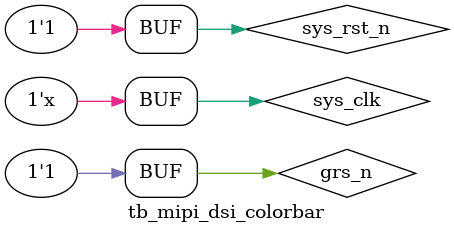
<source format=v>
`timescale  1ns/1ns   // ¶¨Òå·ÂÕæÊ±¼äµ¥Î»1nsºÍ·ÂÕæÊ±¼ä¾«¶ÈÎª1ns

module  tb_mipi_dsi_colorbar();            

//ÊäÈë
reg  sys_clk;                      // Ê±ÖÓÐÅºÅ
reg  sys_rst_n;                    // ¸´Î»ÐÅºÅ


//*****************************************************
//**                    main code
//*****************************************************

//¸øÊäÈëÐÅºÅ³õÊ¼Öµ
initial begin
    sys_clk            = 1'b0;
    sys_rst_n          = 1'b0;     // ¸´Î»
    #20  sys_rst_n  = 1'b1;     // ÔÚµÚ21nsµÄÊ±ºò¸´Î»ÐÅºÅÐÅºÅÀ­¸ß
end

//50MhzµÄÊ±ÖÓ£¬ÖÜÆÚÔòÎª1/50Mhz=20ns,ËùÒÔÃ¿10ns£¬µçÆ½È¡·´Ò»´Î
always #10 sys_clk = ~sys_clk;

reg  grs_n;
    GTP_GRS GRS_INST(
    .GRS_N (grs_n)
    );
    
    initial begin
        grs_n = 1'b0;
        #5000 grs_n = 1'b1;
    end

//Àý»¯Ä£¿é
mipi_dsi_colorbar  u_mipi_dsi_colorbar(
    .sys_clk            (sys_clk  ),
    .sys_rst_n          (sys_rst_n),

    .mipi_dsi_rst_n     (),
    .mipi_dsi_bl        (),
    .mipi_dsi_data_p    (),
    .mipi_dsi_data_n    (),
    .mipi_dsi_clk_p     (),
    .mipi_dsi_clk_n     ()
);

endmodule

</source>
